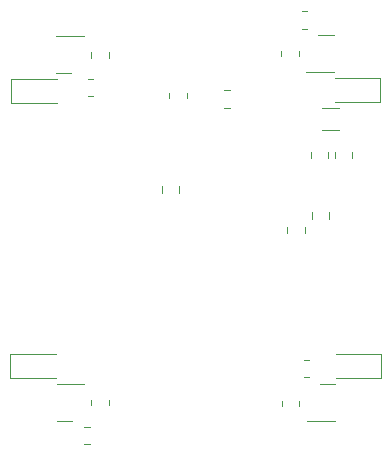
<source format=gbr>
%TF.GenerationSoftware,KiCad,Pcbnew,7.0.6-1.fc38*%
%TF.CreationDate,2023-08-03T18:28:49+02:00*%
%TF.ProjectId,quadcopter-flight-controler,71756164-636f-4707-9465-722d666c6967,rev?*%
%TF.SameCoordinates,Original*%
%TF.FileFunction,Legend,Bot*%
%TF.FilePolarity,Positive*%
%FSLAX46Y46*%
G04 Gerber Fmt 4.6, Leading zero omitted, Abs format (unit mm)*
G04 Created by KiCad (PCBNEW 7.0.6-1.fc38) date 2023-08-03 18:28:49*
%MOMM*%
%LPD*%
G01*
G04 APERTURE LIST*
%ADD10C,0.120000*%
G04 APERTURE END LIST*
D10*
%TO.C,R17*%
X144465000Y-119627064D02*
X144465000Y-119172936D01*
X145935000Y-119627064D02*
X145935000Y-119172936D01*
%TO.C,R10*%
X162482936Y-115765000D02*
X162937064Y-115765000D01*
X162482936Y-117235000D02*
X162937064Y-117235000D01*
%TO.C,D4*%
X168947500Y-93950000D02*
X165087500Y-93950000D01*
X168947500Y-91950000D02*
X168947500Y-93950000D01*
X168947500Y-91950000D02*
X165087500Y-91950000D01*
%TO.C,D2*%
X169020000Y-117300000D02*
X165160000Y-117300000D01*
X169020000Y-115300000D02*
X169020000Y-117300000D01*
X169020000Y-115300000D02*
X165160000Y-115300000D01*
%TO.C,R13*%
X144465000Y-90177064D02*
X144465000Y-89722936D01*
X145935000Y-90177064D02*
X145935000Y-89722936D01*
%TO.C,C4*%
X155688748Y-92965000D02*
X156211252Y-92965000D01*
X155688748Y-94435000D02*
X156211252Y-94435000D01*
%TO.C,C8*%
X163988748Y-94490000D02*
X165411252Y-94490000D01*
X163988748Y-96310000D02*
X165411252Y-96310000D01*
%TO.C,R16*%
X144327064Y-122935000D02*
X143872936Y-122935000D01*
X144327064Y-121465000D02*
X143872936Y-121465000D01*
%TO.C,Q2*%
X142137500Y-91510000D02*
X142787500Y-91510000D01*
X142137500Y-91510000D02*
X141487500Y-91510000D01*
X142137500Y-88390000D02*
X143812500Y-88390000D01*
X142137500Y-88390000D02*
X141487500Y-88390000D01*
%TO.C,D3*%
X137690000Y-92000000D02*
X141550000Y-92000000D01*
X137690000Y-94000000D02*
X137690000Y-92000000D01*
X137690000Y-94000000D02*
X141550000Y-94000000D01*
%TO.C,C7*%
X164535000Y-98188748D02*
X164535000Y-98711252D01*
X163065000Y-98188748D02*
X163065000Y-98711252D01*
%TO.C,R15*%
X162035000Y-89585436D02*
X162035000Y-90039564D01*
X160565000Y-89585436D02*
X160565000Y-90039564D01*
%TO.C,C5*%
X162535000Y-104488748D02*
X162535000Y-105011252D01*
X161065000Y-104488748D02*
X161065000Y-105011252D01*
%TO.C,D5*%
X137590000Y-115300000D02*
X141450000Y-115300000D01*
X137590000Y-117300000D02*
X137590000Y-115300000D01*
X137590000Y-117300000D02*
X141450000Y-117300000D01*
%TO.C,C3*%
X164635000Y-103288748D02*
X164635000Y-103811252D01*
X163165000Y-103288748D02*
X163165000Y-103811252D01*
%TO.C,R19*%
X151065000Y-93639564D02*
X151065000Y-93185436D01*
X152535000Y-93639564D02*
X152535000Y-93185436D01*
%TO.C,C6*%
X166535000Y-98188748D02*
X166535000Y-98711252D01*
X165065000Y-98188748D02*
X165065000Y-98711252D01*
%TO.C,R12*%
X144627064Y-93435000D02*
X144172936Y-93435000D01*
X144627064Y-91965000D02*
X144172936Y-91965000D01*
%TO.C,R11*%
X162082500Y-119222936D02*
X162082500Y-119677064D01*
X160612500Y-119222936D02*
X160612500Y-119677064D01*
%TO.C,Q4*%
X142200000Y-120960000D02*
X142850000Y-120960000D01*
X142200000Y-120960000D02*
X141550000Y-120960000D01*
X142200000Y-117840000D02*
X143875000Y-117840000D01*
X142200000Y-117840000D02*
X141550000Y-117840000D01*
%TO.C,C19*%
X150465000Y-101611252D02*
X150465000Y-101088748D01*
X151935000Y-101611252D02*
X151935000Y-101088748D01*
%TO.C,R14*%
X162272936Y-86265000D02*
X162727064Y-86265000D01*
X162272936Y-87735000D02*
X162727064Y-87735000D01*
%TO.C,Q1*%
X164447500Y-117840000D02*
X163797500Y-117840000D01*
X164447500Y-117840000D02*
X165097500Y-117840000D01*
X164447500Y-120960000D02*
X162772500Y-120960000D01*
X164447500Y-120960000D02*
X165097500Y-120960000D01*
%TO.C,Q3*%
X164337500Y-88290000D02*
X163687500Y-88290000D01*
X164337500Y-88290000D02*
X164987500Y-88290000D01*
X164337500Y-91410000D02*
X162662500Y-91410000D01*
X164337500Y-91410000D02*
X164987500Y-91410000D01*
%TD*%
M02*

</source>
